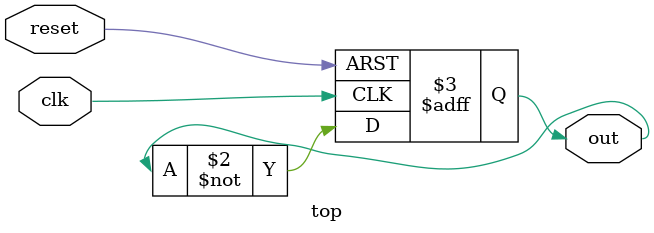
<source format=v>
module top ( out, clk, reset );
    output out;
    input clk, reset;
    reg out;

    always @(posedge clk, posedge reset)
      if (reset)
          out <= 0;
      else
          out <= ~out;
endmodule

</source>
